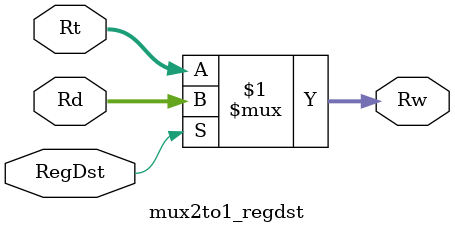
<source format=v>
module mux2to1_regdst(Rt,Rd,RegDst,Rw);
input [4:0] Rt;
input [4:0] Rd;
input RegDst;
output [4:0] Rw;

assign Rw=(RegDst)?Rd:Rt;
endmodule
</source>
